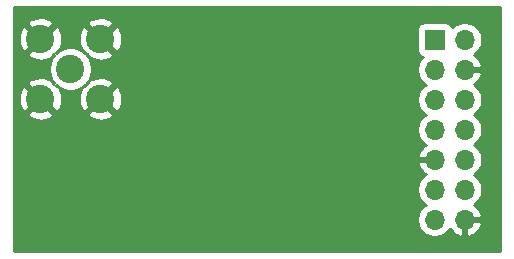
<source format=gbr>
%TF.GenerationSoftware,KiCad,Pcbnew,(5.1.9-0-10_14)*%
%TF.CreationDate,2021-04-20T21:20:53+01:00*%
%TF.ProjectId,pi-hat,70692d68-6174-42e6-9b69-6361645f7063,rev?*%
%TF.SameCoordinates,Original*%
%TF.FileFunction,Copper,L2,Bot*%
%TF.FilePolarity,Positive*%
%FSLAX46Y46*%
G04 Gerber Fmt 4.6, Leading zero omitted, Abs format (unit mm)*
G04 Created by KiCad (PCBNEW (5.1.9-0-10_14)) date 2021-04-20 21:20:53*
%MOMM*%
%LPD*%
G01*
G04 APERTURE LIST*
%TA.AperFunction,ComponentPad*%
%ADD10O,1.700000X1.700000*%
%TD*%
%TA.AperFunction,ComponentPad*%
%ADD11R,1.700000X1.700000*%
%TD*%
%TA.AperFunction,ComponentPad*%
%ADD12C,2.400000*%
%TD*%
%TA.AperFunction,ViaPad*%
%ADD13C,0.800000*%
%TD*%
%TA.AperFunction,Conductor*%
%ADD14C,0.254000*%
%TD*%
%TA.AperFunction,Conductor*%
%ADD15C,0.100000*%
%TD*%
G04 APERTURE END LIST*
D10*
%TO.P,Pi 17-30,8*%
%TO.N,GND*%
X51536600Y-32258000D03*
%TO.P,Pi 17-30,7*%
%TO.N,Net-(J2-Pad7)*%
X48996600Y-32258000D03*
%TO.P,Pi 17-30,9*%
%TO.N,Net-(J2-Pad9)*%
X51536600Y-29718000D03*
%TO.P,Pi 17-30,6*%
%TO.N,Net-(J2-Pad6)*%
X48996600Y-29718000D03*
%TO.P,Pi 17-30,10*%
%TO.N,Net-(J2-Pad10)*%
X51536600Y-27178000D03*
%TO.P,Pi 17-30,5*%
%TO.N,GND*%
X48996600Y-27178000D03*
%TO.P,Pi 17-30,11*%
%TO.N,Net-(J2-Pad11)*%
X51536600Y-24638000D03*
%TO.P,Pi 17-30,4*%
%TO.N,Net-(J2-Pad4)*%
X48996600Y-24638000D03*
%TO.P,Pi 17-30,12*%
%TO.N,Net-(J2-Pad12)*%
X51536600Y-22098000D03*
%TO.P,Pi 17-30,3*%
%TO.N,Net-(J2-Pad3)*%
X48996600Y-22098000D03*
%TO.P,Pi 17-30,13*%
%TO.N,GND*%
X51536600Y-19558000D03*
%TO.P,Pi 17-30,2*%
%TO.N,Net-(J2-Pad2)*%
X48996600Y-19558000D03*
%TO.P,Pi 17-30,14*%
%TO.N,Net-(J2-Pad14)*%
X51536600Y-17018000D03*
D11*
%TO.P,Pi 17-30,1*%
%TO.N,Net-(J2-Pad1)*%
X48996600Y-17018000D03*
%TD*%
D12*
%TO.P,SMA,5*%
%TO.N,GND*%
X20701000Y-22047200D03*
%TO.P,SMA,4*%
X15621000Y-22047200D03*
%TO.P,SMA,3*%
X20701000Y-16967200D03*
%TO.P,SMA,2*%
X15621000Y-16967200D03*
%TO.P,SMA,1*%
%TO.N,Net-(J1-Pad1)*%
X18161000Y-19507200D03*
%TD*%
D13*
%TO.N,GND*%
X31318200Y-27305000D03*
X39100000Y-21851000D03*
X40030400Y-27228800D03*
X40030400Y-17475200D03*
X31292800Y-21666200D03*
X35052000Y-17424400D03*
X15621000Y-19304000D03*
X18161000Y-15265400D03*
X15621000Y-26187400D03*
X20904200Y-26009600D03*
X15671800Y-30530800D03*
X20980400Y-30632400D03*
X37850000Y-19751000D03*
X32639000Y-32893000D03*
X46482000Y-24079200D03*
X46583600Y-19634200D03*
X46456600Y-30937200D03*
X22860000Y-18262600D03*
X22809200Y-20904200D03*
X46550000Y-21601000D03*
X46500000Y-18001000D03*
X46550000Y-27751000D03*
X40300000Y-32851000D03*
X28300000Y-19501000D03*
%TD*%
D14*
%TO.N,GND*%
X54534601Y-34951200D02*
X13359600Y-34951200D01*
X13359600Y-23325180D01*
X14522626Y-23325180D01*
X14642514Y-23610036D01*
X14966210Y-23770899D01*
X15315069Y-23865522D01*
X15675684Y-23890267D01*
X16034198Y-23844185D01*
X16376833Y-23729046D01*
X16599486Y-23610036D01*
X16719374Y-23325180D01*
X19602626Y-23325180D01*
X19722514Y-23610036D01*
X20046210Y-23770899D01*
X20395069Y-23865522D01*
X20755684Y-23890267D01*
X21114198Y-23844185D01*
X21456833Y-23729046D01*
X21679486Y-23610036D01*
X21799374Y-23325180D01*
X20701000Y-22226805D01*
X19602626Y-23325180D01*
X16719374Y-23325180D01*
X15621000Y-22226805D01*
X14522626Y-23325180D01*
X13359600Y-23325180D01*
X13359600Y-22101884D01*
X13777933Y-22101884D01*
X13824015Y-22460398D01*
X13939154Y-22803033D01*
X14058164Y-23025686D01*
X14343020Y-23145574D01*
X15441395Y-22047200D01*
X14343020Y-20948826D01*
X14058164Y-21068714D01*
X13897301Y-21392410D01*
X13802678Y-21741269D01*
X13777933Y-22101884D01*
X13359600Y-22101884D01*
X13359600Y-18245180D01*
X14522626Y-18245180D01*
X14642514Y-18530036D01*
X14966210Y-18690899D01*
X15315069Y-18785522D01*
X15675684Y-18810267D01*
X16034198Y-18764185D01*
X16376833Y-18649046D01*
X16599486Y-18530036D01*
X16719373Y-18245181D01*
X16773655Y-18299463D01*
X16735662Y-18337456D01*
X16534844Y-18638001D01*
X16396518Y-18971950D01*
X16326000Y-19326468D01*
X16326000Y-19687932D01*
X16396518Y-20042450D01*
X16534844Y-20376399D01*
X16735662Y-20676944D01*
X16773655Y-20714937D01*
X16719373Y-20769219D01*
X16599486Y-20484364D01*
X16275790Y-20323501D01*
X15926931Y-20228878D01*
X15566316Y-20204133D01*
X15207802Y-20250215D01*
X14865167Y-20365354D01*
X14642514Y-20484364D01*
X14522626Y-20769220D01*
X15621000Y-21867595D01*
X15635142Y-21853452D01*
X15814748Y-22033058D01*
X15800605Y-22047200D01*
X16898980Y-23145574D01*
X17183836Y-23025686D01*
X17344699Y-22701990D01*
X17439322Y-22353131D01*
X17464067Y-21992516D01*
X17417985Y-21634002D01*
X17302846Y-21291367D01*
X17183836Y-21068714D01*
X16898981Y-20948827D01*
X16953263Y-20894545D01*
X16991256Y-20932538D01*
X17291801Y-21133356D01*
X17625750Y-21271682D01*
X17980268Y-21342200D01*
X18341732Y-21342200D01*
X18696250Y-21271682D01*
X19030199Y-21133356D01*
X19330744Y-20932538D01*
X19368737Y-20894545D01*
X19423019Y-20948827D01*
X19138164Y-21068714D01*
X18977301Y-21392410D01*
X18882678Y-21741269D01*
X18857933Y-22101884D01*
X18904015Y-22460398D01*
X19019154Y-22803033D01*
X19138164Y-23025686D01*
X19423020Y-23145574D01*
X20521395Y-22047200D01*
X20880605Y-22047200D01*
X21978980Y-23145574D01*
X22263836Y-23025686D01*
X22424699Y-22701990D01*
X22519322Y-22353131D01*
X22544067Y-21992516D01*
X22497985Y-21634002D01*
X22382846Y-21291367D01*
X22263836Y-21068714D01*
X21978980Y-20948826D01*
X20880605Y-22047200D01*
X20521395Y-22047200D01*
X20507252Y-22033058D01*
X20686858Y-21853452D01*
X20701000Y-21867595D01*
X21799374Y-20769220D01*
X21679486Y-20484364D01*
X21355790Y-20323501D01*
X21006931Y-20228878D01*
X20646316Y-20204133D01*
X20287802Y-20250215D01*
X19945167Y-20365354D01*
X19722514Y-20484364D01*
X19602627Y-20769219D01*
X19548345Y-20714937D01*
X19586338Y-20676944D01*
X19787156Y-20376399D01*
X19925482Y-20042450D01*
X19996000Y-19687932D01*
X19996000Y-19326468D01*
X19925482Y-18971950D01*
X19787156Y-18638001D01*
X19586338Y-18337456D01*
X19548345Y-18299463D01*
X19602627Y-18245181D01*
X19722514Y-18530036D01*
X20046210Y-18690899D01*
X20395069Y-18785522D01*
X20755684Y-18810267D01*
X21114198Y-18764185D01*
X21456833Y-18649046D01*
X21679486Y-18530036D01*
X21799374Y-18245180D01*
X20701000Y-17146805D01*
X20686858Y-17160948D01*
X20507252Y-16981342D01*
X20521395Y-16967200D01*
X20880605Y-16967200D01*
X21978980Y-18065574D01*
X22263836Y-17945686D01*
X22424699Y-17621990D01*
X22519322Y-17273131D01*
X22544067Y-16912516D01*
X22497985Y-16554002D01*
X22382846Y-16211367D01*
X22359666Y-16168000D01*
X47508528Y-16168000D01*
X47508528Y-17868000D01*
X47520788Y-17992482D01*
X47557098Y-18112180D01*
X47616063Y-18222494D01*
X47695415Y-18319185D01*
X47792106Y-18398537D01*
X47902420Y-18457502D01*
X47974980Y-18479513D01*
X47843125Y-18611368D01*
X47680610Y-18854589D01*
X47568668Y-19124842D01*
X47511600Y-19411740D01*
X47511600Y-19704260D01*
X47568668Y-19991158D01*
X47680610Y-20261411D01*
X47843125Y-20504632D01*
X48049968Y-20711475D01*
X48224360Y-20828000D01*
X48049968Y-20944525D01*
X47843125Y-21151368D01*
X47680610Y-21394589D01*
X47568668Y-21664842D01*
X47511600Y-21951740D01*
X47511600Y-22244260D01*
X47568668Y-22531158D01*
X47680610Y-22801411D01*
X47843125Y-23044632D01*
X48049968Y-23251475D01*
X48224360Y-23368000D01*
X48049968Y-23484525D01*
X47843125Y-23691368D01*
X47680610Y-23934589D01*
X47568668Y-24204842D01*
X47511600Y-24491740D01*
X47511600Y-24784260D01*
X47568668Y-25071158D01*
X47680610Y-25341411D01*
X47843125Y-25584632D01*
X48049968Y-25791475D01*
X48232134Y-25913195D01*
X48115245Y-25982822D01*
X47899012Y-26177731D01*
X47724959Y-26411080D01*
X47599775Y-26673901D01*
X47555124Y-26821110D01*
X47676445Y-27051000D01*
X48869600Y-27051000D01*
X48869600Y-27031000D01*
X49123600Y-27031000D01*
X49123600Y-27051000D01*
X49143600Y-27051000D01*
X49143600Y-27305000D01*
X49123600Y-27305000D01*
X49123600Y-27325000D01*
X48869600Y-27325000D01*
X48869600Y-27305000D01*
X47676445Y-27305000D01*
X47555124Y-27534890D01*
X47599775Y-27682099D01*
X47724959Y-27944920D01*
X47899012Y-28178269D01*
X48115245Y-28373178D01*
X48232134Y-28442805D01*
X48049968Y-28564525D01*
X47843125Y-28771368D01*
X47680610Y-29014589D01*
X47568668Y-29284842D01*
X47511600Y-29571740D01*
X47511600Y-29864260D01*
X47568668Y-30151158D01*
X47680610Y-30421411D01*
X47843125Y-30664632D01*
X48049968Y-30871475D01*
X48224360Y-30988000D01*
X48049968Y-31104525D01*
X47843125Y-31311368D01*
X47680610Y-31554589D01*
X47568668Y-31824842D01*
X47511600Y-32111740D01*
X47511600Y-32404260D01*
X47568668Y-32691158D01*
X47680610Y-32961411D01*
X47843125Y-33204632D01*
X48049968Y-33411475D01*
X48293189Y-33573990D01*
X48563442Y-33685932D01*
X48850340Y-33743000D01*
X49142860Y-33743000D01*
X49429758Y-33685932D01*
X49700011Y-33573990D01*
X49943232Y-33411475D01*
X50150075Y-33204632D01*
X50267700Y-33028594D01*
X50439012Y-33258269D01*
X50655245Y-33453178D01*
X50905348Y-33602157D01*
X51179709Y-33699481D01*
X51409600Y-33578814D01*
X51409600Y-32385000D01*
X51663600Y-32385000D01*
X51663600Y-33578814D01*
X51893491Y-33699481D01*
X52167852Y-33602157D01*
X52417955Y-33453178D01*
X52634188Y-33258269D01*
X52808241Y-33024920D01*
X52933425Y-32762099D01*
X52978076Y-32614890D01*
X52856755Y-32385000D01*
X51663600Y-32385000D01*
X51409600Y-32385000D01*
X51389600Y-32385000D01*
X51389600Y-32131000D01*
X51409600Y-32131000D01*
X51409600Y-32111000D01*
X51663600Y-32111000D01*
X51663600Y-32131000D01*
X52856755Y-32131000D01*
X52978076Y-31901110D01*
X52933425Y-31753901D01*
X52808241Y-31491080D01*
X52634188Y-31257731D01*
X52417955Y-31062822D01*
X52301066Y-30993195D01*
X52483232Y-30871475D01*
X52690075Y-30664632D01*
X52852590Y-30421411D01*
X52964532Y-30151158D01*
X53021600Y-29864260D01*
X53021600Y-29571740D01*
X52964532Y-29284842D01*
X52852590Y-29014589D01*
X52690075Y-28771368D01*
X52483232Y-28564525D01*
X52308840Y-28448000D01*
X52483232Y-28331475D01*
X52690075Y-28124632D01*
X52852590Y-27881411D01*
X52964532Y-27611158D01*
X53021600Y-27324260D01*
X53021600Y-27031740D01*
X52964532Y-26744842D01*
X52852590Y-26474589D01*
X52690075Y-26231368D01*
X52483232Y-26024525D01*
X52308840Y-25908000D01*
X52483232Y-25791475D01*
X52690075Y-25584632D01*
X52852590Y-25341411D01*
X52964532Y-25071158D01*
X53021600Y-24784260D01*
X53021600Y-24491740D01*
X52964532Y-24204842D01*
X52852590Y-23934589D01*
X52690075Y-23691368D01*
X52483232Y-23484525D01*
X52308840Y-23368000D01*
X52483232Y-23251475D01*
X52690075Y-23044632D01*
X52852590Y-22801411D01*
X52964532Y-22531158D01*
X53021600Y-22244260D01*
X53021600Y-21951740D01*
X52964532Y-21664842D01*
X52852590Y-21394589D01*
X52690075Y-21151368D01*
X52483232Y-20944525D01*
X52301066Y-20822805D01*
X52417955Y-20753178D01*
X52634188Y-20558269D01*
X52808241Y-20324920D01*
X52933425Y-20062099D01*
X52978076Y-19914890D01*
X52856755Y-19685000D01*
X51663600Y-19685000D01*
X51663600Y-19705000D01*
X51409600Y-19705000D01*
X51409600Y-19685000D01*
X51389600Y-19685000D01*
X51389600Y-19431000D01*
X51409600Y-19431000D01*
X51409600Y-19411000D01*
X51663600Y-19411000D01*
X51663600Y-19431000D01*
X52856755Y-19431000D01*
X52978076Y-19201110D01*
X52933425Y-19053901D01*
X52808241Y-18791080D01*
X52634188Y-18557731D01*
X52417955Y-18362822D01*
X52301066Y-18293195D01*
X52483232Y-18171475D01*
X52690075Y-17964632D01*
X52852590Y-17721411D01*
X52964532Y-17451158D01*
X53021600Y-17164260D01*
X53021600Y-16871740D01*
X52964532Y-16584842D01*
X52852590Y-16314589D01*
X52690075Y-16071368D01*
X52483232Y-15864525D01*
X52240011Y-15702010D01*
X51969758Y-15590068D01*
X51682860Y-15533000D01*
X51390340Y-15533000D01*
X51103442Y-15590068D01*
X50833189Y-15702010D01*
X50589968Y-15864525D01*
X50458113Y-15996380D01*
X50436102Y-15923820D01*
X50377137Y-15813506D01*
X50297785Y-15716815D01*
X50201094Y-15637463D01*
X50090780Y-15578498D01*
X49971082Y-15542188D01*
X49846600Y-15529928D01*
X48146600Y-15529928D01*
X48022118Y-15542188D01*
X47902420Y-15578498D01*
X47792106Y-15637463D01*
X47695415Y-15716815D01*
X47616063Y-15813506D01*
X47557098Y-15923820D01*
X47520788Y-16043518D01*
X47508528Y-16168000D01*
X22359666Y-16168000D01*
X22263836Y-15988714D01*
X21978980Y-15868826D01*
X20880605Y-16967200D01*
X20521395Y-16967200D01*
X19423020Y-15868826D01*
X19138164Y-15988714D01*
X18977301Y-16312410D01*
X18882678Y-16661269D01*
X18857933Y-17021884D01*
X18904015Y-17380398D01*
X19019154Y-17723033D01*
X19138164Y-17945686D01*
X19423019Y-18065573D01*
X19368737Y-18119855D01*
X19330744Y-18081862D01*
X19030199Y-17881044D01*
X18696250Y-17742718D01*
X18341732Y-17672200D01*
X17980268Y-17672200D01*
X17625750Y-17742718D01*
X17291801Y-17881044D01*
X16991256Y-18081862D01*
X16953263Y-18119855D01*
X16898981Y-18065573D01*
X17183836Y-17945686D01*
X17344699Y-17621990D01*
X17439322Y-17273131D01*
X17464067Y-16912516D01*
X17417985Y-16554002D01*
X17302846Y-16211367D01*
X17183836Y-15988714D01*
X16898980Y-15868826D01*
X15800605Y-16967200D01*
X15814748Y-16981342D01*
X15635142Y-17160948D01*
X15621000Y-17146805D01*
X14522626Y-18245180D01*
X13359600Y-18245180D01*
X13359600Y-17021884D01*
X13777933Y-17021884D01*
X13824015Y-17380398D01*
X13939154Y-17723033D01*
X14058164Y-17945686D01*
X14343020Y-18065574D01*
X15441395Y-16967200D01*
X14343020Y-15868826D01*
X14058164Y-15988714D01*
X13897301Y-16312410D01*
X13802678Y-16661269D01*
X13777933Y-17021884D01*
X13359600Y-17021884D01*
X13359600Y-15689220D01*
X14522626Y-15689220D01*
X15621000Y-16787595D01*
X16719374Y-15689220D01*
X19602626Y-15689220D01*
X20701000Y-16787595D01*
X21799374Y-15689220D01*
X21679486Y-15404364D01*
X21355790Y-15243501D01*
X21006931Y-15148878D01*
X20646316Y-15124133D01*
X20287802Y-15170215D01*
X19945167Y-15285354D01*
X19722514Y-15404364D01*
X19602626Y-15689220D01*
X16719374Y-15689220D01*
X16599486Y-15404364D01*
X16275790Y-15243501D01*
X15926931Y-15148878D01*
X15566316Y-15124133D01*
X15207802Y-15170215D01*
X14865167Y-15285354D01*
X14642514Y-15404364D01*
X14522626Y-15689220D01*
X13359600Y-15689220D01*
X13359600Y-14274000D01*
X54534600Y-14274000D01*
X54534601Y-34951200D01*
%TA.AperFunction,Conductor*%
D15*
G36*
X54534601Y-34951200D02*
G01*
X13359600Y-34951200D01*
X13359600Y-23325180D01*
X14522626Y-23325180D01*
X14642514Y-23610036D01*
X14966210Y-23770899D01*
X15315069Y-23865522D01*
X15675684Y-23890267D01*
X16034198Y-23844185D01*
X16376833Y-23729046D01*
X16599486Y-23610036D01*
X16719374Y-23325180D01*
X19602626Y-23325180D01*
X19722514Y-23610036D01*
X20046210Y-23770899D01*
X20395069Y-23865522D01*
X20755684Y-23890267D01*
X21114198Y-23844185D01*
X21456833Y-23729046D01*
X21679486Y-23610036D01*
X21799374Y-23325180D01*
X20701000Y-22226805D01*
X19602626Y-23325180D01*
X16719374Y-23325180D01*
X15621000Y-22226805D01*
X14522626Y-23325180D01*
X13359600Y-23325180D01*
X13359600Y-22101884D01*
X13777933Y-22101884D01*
X13824015Y-22460398D01*
X13939154Y-22803033D01*
X14058164Y-23025686D01*
X14343020Y-23145574D01*
X15441395Y-22047200D01*
X14343020Y-20948826D01*
X14058164Y-21068714D01*
X13897301Y-21392410D01*
X13802678Y-21741269D01*
X13777933Y-22101884D01*
X13359600Y-22101884D01*
X13359600Y-18245180D01*
X14522626Y-18245180D01*
X14642514Y-18530036D01*
X14966210Y-18690899D01*
X15315069Y-18785522D01*
X15675684Y-18810267D01*
X16034198Y-18764185D01*
X16376833Y-18649046D01*
X16599486Y-18530036D01*
X16719373Y-18245181D01*
X16773655Y-18299463D01*
X16735662Y-18337456D01*
X16534844Y-18638001D01*
X16396518Y-18971950D01*
X16326000Y-19326468D01*
X16326000Y-19687932D01*
X16396518Y-20042450D01*
X16534844Y-20376399D01*
X16735662Y-20676944D01*
X16773655Y-20714937D01*
X16719373Y-20769219D01*
X16599486Y-20484364D01*
X16275790Y-20323501D01*
X15926931Y-20228878D01*
X15566316Y-20204133D01*
X15207802Y-20250215D01*
X14865167Y-20365354D01*
X14642514Y-20484364D01*
X14522626Y-20769220D01*
X15621000Y-21867595D01*
X15635142Y-21853452D01*
X15814748Y-22033058D01*
X15800605Y-22047200D01*
X16898980Y-23145574D01*
X17183836Y-23025686D01*
X17344699Y-22701990D01*
X17439322Y-22353131D01*
X17464067Y-21992516D01*
X17417985Y-21634002D01*
X17302846Y-21291367D01*
X17183836Y-21068714D01*
X16898981Y-20948827D01*
X16953263Y-20894545D01*
X16991256Y-20932538D01*
X17291801Y-21133356D01*
X17625750Y-21271682D01*
X17980268Y-21342200D01*
X18341732Y-21342200D01*
X18696250Y-21271682D01*
X19030199Y-21133356D01*
X19330744Y-20932538D01*
X19368737Y-20894545D01*
X19423019Y-20948827D01*
X19138164Y-21068714D01*
X18977301Y-21392410D01*
X18882678Y-21741269D01*
X18857933Y-22101884D01*
X18904015Y-22460398D01*
X19019154Y-22803033D01*
X19138164Y-23025686D01*
X19423020Y-23145574D01*
X20521395Y-22047200D01*
X20880605Y-22047200D01*
X21978980Y-23145574D01*
X22263836Y-23025686D01*
X22424699Y-22701990D01*
X22519322Y-22353131D01*
X22544067Y-21992516D01*
X22497985Y-21634002D01*
X22382846Y-21291367D01*
X22263836Y-21068714D01*
X21978980Y-20948826D01*
X20880605Y-22047200D01*
X20521395Y-22047200D01*
X20507252Y-22033058D01*
X20686858Y-21853452D01*
X20701000Y-21867595D01*
X21799374Y-20769220D01*
X21679486Y-20484364D01*
X21355790Y-20323501D01*
X21006931Y-20228878D01*
X20646316Y-20204133D01*
X20287802Y-20250215D01*
X19945167Y-20365354D01*
X19722514Y-20484364D01*
X19602627Y-20769219D01*
X19548345Y-20714937D01*
X19586338Y-20676944D01*
X19787156Y-20376399D01*
X19925482Y-20042450D01*
X19996000Y-19687932D01*
X19996000Y-19326468D01*
X19925482Y-18971950D01*
X19787156Y-18638001D01*
X19586338Y-18337456D01*
X19548345Y-18299463D01*
X19602627Y-18245181D01*
X19722514Y-18530036D01*
X20046210Y-18690899D01*
X20395069Y-18785522D01*
X20755684Y-18810267D01*
X21114198Y-18764185D01*
X21456833Y-18649046D01*
X21679486Y-18530036D01*
X21799374Y-18245180D01*
X20701000Y-17146805D01*
X20686858Y-17160948D01*
X20507252Y-16981342D01*
X20521395Y-16967200D01*
X20880605Y-16967200D01*
X21978980Y-18065574D01*
X22263836Y-17945686D01*
X22424699Y-17621990D01*
X22519322Y-17273131D01*
X22544067Y-16912516D01*
X22497985Y-16554002D01*
X22382846Y-16211367D01*
X22359666Y-16168000D01*
X47508528Y-16168000D01*
X47508528Y-17868000D01*
X47520788Y-17992482D01*
X47557098Y-18112180D01*
X47616063Y-18222494D01*
X47695415Y-18319185D01*
X47792106Y-18398537D01*
X47902420Y-18457502D01*
X47974980Y-18479513D01*
X47843125Y-18611368D01*
X47680610Y-18854589D01*
X47568668Y-19124842D01*
X47511600Y-19411740D01*
X47511600Y-19704260D01*
X47568668Y-19991158D01*
X47680610Y-20261411D01*
X47843125Y-20504632D01*
X48049968Y-20711475D01*
X48224360Y-20828000D01*
X48049968Y-20944525D01*
X47843125Y-21151368D01*
X47680610Y-21394589D01*
X47568668Y-21664842D01*
X47511600Y-21951740D01*
X47511600Y-22244260D01*
X47568668Y-22531158D01*
X47680610Y-22801411D01*
X47843125Y-23044632D01*
X48049968Y-23251475D01*
X48224360Y-23368000D01*
X48049968Y-23484525D01*
X47843125Y-23691368D01*
X47680610Y-23934589D01*
X47568668Y-24204842D01*
X47511600Y-24491740D01*
X47511600Y-24784260D01*
X47568668Y-25071158D01*
X47680610Y-25341411D01*
X47843125Y-25584632D01*
X48049968Y-25791475D01*
X48232134Y-25913195D01*
X48115245Y-25982822D01*
X47899012Y-26177731D01*
X47724959Y-26411080D01*
X47599775Y-26673901D01*
X47555124Y-26821110D01*
X47676445Y-27051000D01*
X48869600Y-27051000D01*
X48869600Y-27031000D01*
X49123600Y-27031000D01*
X49123600Y-27051000D01*
X49143600Y-27051000D01*
X49143600Y-27305000D01*
X49123600Y-27305000D01*
X49123600Y-27325000D01*
X48869600Y-27325000D01*
X48869600Y-27305000D01*
X47676445Y-27305000D01*
X47555124Y-27534890D01*
X47599775Y-27682099D01*
X47724959Y-27944920D01*
X47899012Y-28178269D01*
X48115245Y-28373178D01*
X48232134Y-28442805D01*
X48049968Y-28564525D01*
X47843125Y-28771368D01*
X47680610Y-29014589D01*
X47568668Y-29284842D01*
X47511600Y-29571740D01*
X47511600Y-29864260D01*
X47568668Y-30151158D01*
X47680610Y-30421411D01*
X47843125Y-30664632D01*
X48049968Y-30871475D01*
X48224360Y-30988000D01*
X48049968Y-31104525D01*
X47843125Y-31311368D01*
X47680610Y-31554589D01*
X47568668Y-31824842D01*
X47511600Y-32111740D01*
X47511600Y-32404260D01*
X47568668Y-32691158D01*
X47680610Y-32961411D01*
X47843125Y-33204632D01*
X48049968Y-33411475D01*
X48293189Y-33573990D01*
X48563442Y-33685932D01*
X48850340Y-33743000D01*
X49142860Y-33743000D01*
X49429758Y-33685932D01*
X49700011Y-33573990D01*
X49943232Y-33411475D01*
X50150075Y-33204632D01*
X50267700Y-33028594D01*
X50439012Y-33258269D01*
X50655245Y-33453178D01*
X50905348Y-33602157D01*
X51179709Y-33699481D01*
X51409600Y-33578814D01*
X51409600Y-32385000D01*
X51663600Y-32385000D01*
X51663600Y-33578814D01*
X51893491Y-33699481D01*
X52167852Y-33602157D01*
X52417955Y-33453178D01*
X52634188Y-33258269D01*
X52808241Y-33024920D01*
X52933425Y-32762099D01*
X52978076Y-32614890D01*
X52856755Y-32385000D01*
X51663600Y-32385000D01*
X51409600Y-32385000D01*
X51389600Y-32385000D01*
X51389600Y-32131000D01*
X51409600Y-32131000D01*
X51409600Y-32111000D01*
X51663600Y-32111000D01*
X51663600Y-32131000D01*
X52856755Y-32131000D01*
X52978076Y-31901110D01*
X52933425Y-31753901D01*
X52808241Y-31491080D01*
X52634188Y-31257731D01*
X52417955Y-31062822D01*
X52301066Y-30993195D01*
X52483232Y-30871475D01*
X52690075Y-30664632D01*
X52852590Y-30421411D01*
X52964532Y-30151158D01*
X53021600Y-29864260D01*
X53021600Y-29571740D01*
X52964532Y-29284842D01*
X52852590Y-29014589D01*
X52690075Y-28771368D01*
X52483232Y-28564525D01*
X52308840Y-28448000D01*
X52483232Y-28331475D01*
X52690075Y-28124632D01*
X52852590Y-27881411D01*
X52964532Y-27611158D01*
X53021600Y-27324260D01*
X53021600Y-27031740D01*
X52964532Y-26744842D01*
X52852590Y-26474589D01*
X52690075Y-26231368D01*
X52483232Y-26024525D01*
X52308840Y-25908000D01*
X52483232Y-25791475D01*
X52690075Y-25584632D01*
X52852590Y-25341411D01*
X52964532Y-25071158D01*
X53021600Y-24784260D01*
X53021600Y-24491740D01*
X52964532Y-24204842D01*
X52852590Y-23934589D01*
X52690075Y-23691368D01*
X52483232Y-23484525D01*
X52308840Y-23368000D01*
X52483232Y-23251475D01*
X52690075Y-23044632D01*
X52852590Y-22801411D01*
X52964532Y-22531158D01*
X53021600Y-22244260D01*
X53021600Y-21951740D01*
X52964532Y-21664842D01*
X52852590Y-21394589D01*
X52690075Y-21151368D01*
X52483232Y-20944525D01*
X52301066Y-20822805D01*
X52417955Y-20753178D01*
X52634188Y-20558269D01*
X52808241Y-20324920D01*
X52933425Y-20062099D01*
X52978076Y-19914890D01*
X52856755Y-19685000D01*
X51663600Y-19685000D01*
X51663600Y-19705000D01*
X51409600Y-19705000D01*
X51409600Y-19685000D01*
X51389600Y-19685000D01*
X51389600Y-19431000D01*
X51409600Y-19431000D01*
X51409600Y-19411000D01*
X51663600Y-19411000D01*
X51663600Y-19431000D01*
X52856755Y-19431000D01*
X52978076Y-19201110D01*
X52933425Y-19053901D01*
X52808241Y-18791080D01*
X52634188Y-18557731D01*
X52417955Y-18362822D01*
X52301066Y-18293195D01*
X52483232Y-18171475D01*
X52690075Y-17964632D01*
X52852590Y-17721411D01*
X52964532Y-17451158D01*
X53021600Y-17164260D01*
X53021600Y-16871740D01*
X52964532Y-16584842D01*
X52852590Y-16314589D01*
X52690075Y-16071368D01*
X52483232Y-15864525D01*
X52240011Y-15702010D01*
X51969758Y-15590068D01*
X51682860Y-15533000D01*
X51390340Y-15533000D01*
X51103442Y-15590068D01*
X50833189Y-15702010D01*
X50589968Y-15864525D01*
X50458113Y-15996380D01*
X50436102Y-15923820D01*
X50377137Y-15813506D01*
X50297785Y-15716815D01*
X50201094Y-15637463D01*
X50090780Y-15578498D01*
X49971082Y-15542188D01*
X49846600Y-15529928D01*
X48146600Y-15529928D01*
X48022118Y-15542188D01*
X47902420Y-15578498D01*
X47792106Y-15637463D01*
X47695415Y-15716815D01*
X47616063Y-15813506D01*
X47557098Y-15923820D01*
X47520788Y-16043518D01*
X47508528Y-16168000D01*
X22359666Y-16168000D01*
X22263836Y-15988714D01*
X21978980Y-15868826D01*
X20880605Y-16967200D01*
X20521395Y-16967200D01*
X19423020Y-15868826D01*
X19138164Y-15988714D01*
X18977301Y-16312410D01*
X18882678Y-16661269D01*
X18857933Y-17021884D01*
X18904015Y-17380398D01*
X19019154Y-17723033D01*
X19138164Y-17945686D01*
X19423019Y-18065573D01*
X19368737Y-18119855D01*
X19330744Y-18081862D01*
X19030199Y-17881044D01*
X18696250Y-17742718D01*
X18341732Y-17672200D01*
X17980268Y-17672200D01*
X17625750Y-17742718D01*
X17291801Y-17881044D01*
X16991256Y-18081862D01*
X16953263Y-18119855D01*
X16898981Y-18065573D01*
X17183836Y-17945686D01*
X17344699Y-17621990D01*
X17439322Y-17273131D01*
X17464067Y-16912516D01*
X17417985Y-16554002D01*
X17302846Y-16211367D01*
X17183836Y-15988714D01*
X16898980Y-15868826D01*
X15800605Y-16967200D01*
X15814748Y-16981342D01*
X15635142Y-17160948D01*
X15621000Y-17146805D01*
X14522626Y-18245180D01*
X13359600Y-18245180D01*
X13359600Y-17021884D01*
X13777933Y-17021884D01*
X13824015Y-17380398D01*
X13939154Y-17723033D01*
X14058164Y-17945686D01*
X14343020Y-18065574D01*
X15441395Y-16967200D01*
X14343020Y-15868826D01*
X14058164Y-15988714D01*
X13897301Y-16312410D01*
X13802678Y-16661269D01*
X13777933Y-17021884D01*
X13359600Y-17021884D01*
X13359600Y-15689220D01*
X14522626Y-15689220D01*
X15621000Y-16787595D01*
X16719374Y-15689220D01*
X19602626Y-15689220D01*
X20701000Y-16787595D01*
X21799374Y-15689220D01*
X21679486Y-15404364D01*
X21355790Y-15243501D01*
X21006931Y-15148878D01*
X20646316Y-15124133D01*
X20287802Y-15170215D01*
X19945167Y-15285354D01*
X19722514Y-15404364D01*
X19602626Y-15689220D01*
X16719374Y-15689220D01*
X16599486Y-15404364D01*
X16275790Y-15243501D01*
X15926931Y-15148878D01*
X15566316Y-15124133D01*
X15207802Y-15170215D01*
X14865167Y-15285354D01*
X14642514Y-15404364D01*
X14522626Y-15689220D01*
X13359600Y-15689220D01*
X13359600Y-14274000D01*
X54534600Y-14274000D01*
X54534601Y-34951200D01*
G37*
%TD.AperFunction*%
%TD*%
M02*

</source>
